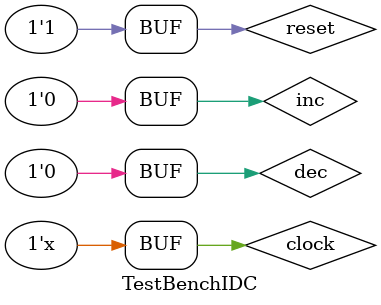
<source format=v>
`timescale 1ns / 1ps
module TestBenchIDC;

    // Inputs
    reg clock;
    reg reset;
    reg inc;
    reg dec;
    
    // Outputs
    wire DCOout;
    wire incDelayed;
    wire decDelayed;
    wire incIgn;
    wire decIgn;
    IDCounter DCO(
        .clk(clock),
        .reset(reset),
        .incIn(inc),
        .decIn(dec),
        .inc(incDelayed),
        .dec(decDelayed),
        .incIgnore(incIgn),
        .decIgnore(decIgn),
        .IDout(DCOout)
    );

    initial begin
        // Initialize Inputs
        clock = 0;
        reset = 0;
        inc = 0;
        dec = 0;

        #100;

        reset = 1;
        #200 inc = 1;
        #10 inc = 0;
        //#10 inc = 1;
        //#10 inc = 0;
        //#10 inc = 1;
        //#10 inc = 0;
        //#10 inc = 1;
        //#10 inc = 0;
    end
    always #10 clock = ~clock;




endmodule

</source>
